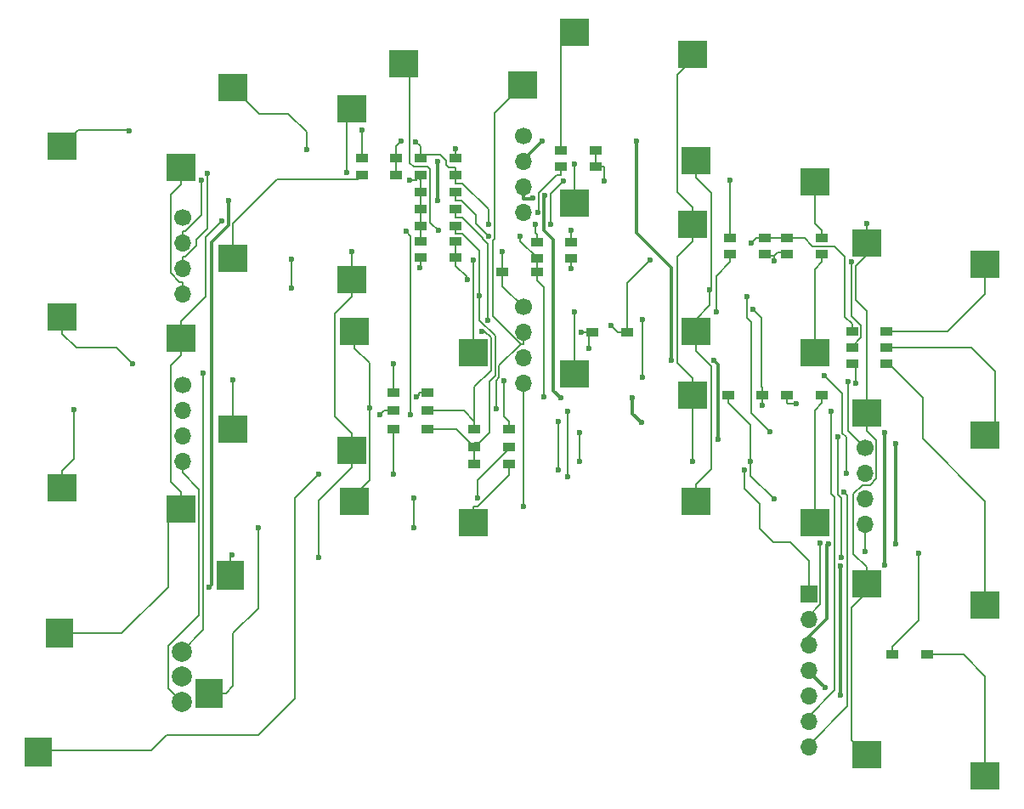
<source format=gbr>
%TF.GenerationSoftware,KiCad,Pcbnew,9.0.0*%
%TF.CreationDate,2025-04-19T15:35:31+09:00*%
%TF.ProjectId,nofy_V2_R,6e6f6679-5f56-4325-9f52-2e6b69636164,rev?*%
%TF.SameCoordinates,Original*%
%TF.FileFunction,Copper,L2,Bot*%
%TF.FilePolarity,Positive*%
%FSLAX46Y46*%
G04 Gerber Fmt 4.6, Leading zero omitted, Abs format (unit mm)*
G04 Created by KiCad (PCBNEW 9.0.0) date 2025-04-19 15:35:31*
%MOMM*%
%LPD*%
G01*
G04 APERTURE LIST*
%TA.AperFunction,SMDPad,CuDef*%
%ADD10R,1.200000X0.950000*%
%TD*%
%TA.AperFunction,SMDPad,CuDef*%
%ADD11R,3.000000X2.800000*%
%TD*%
%TA.AperFunction,SMDPad,CuDef*%
%ADD12R,2.850000X2.750000*%
%TD*%
%TA.AperFunction,ComponentPad*%
%ADD13C,1.700000*%
%TD*%
%TA.AperFunction,ComponentPad*%
%ADD14O,1.700000X1.700000*%
%TD*%
%TA.AperFunction,ComponentPad*%
%ADD15R,1.700000X1.700000*%
%TD*%
%TA.AperFunction,SMDPad,CuDef*%
%ADD16R,2.800000X3.000000*%
%TD*%
%TA.AperFunction,SMDPad,CuDef*%
%ADD17R,2.750000X2.850000*%
%TD*%
%TA.AperFunction,ComponentPad*%
%ADD18C,2.000000*%
%TD*%
%TA.AperFunction,ViaPad*%
%ADD19C,0.600000*%
%TD*%
%TA.AperFunction,Conductor*%
%ADD20C,0.200000*%
%TD*%
%TA.AperFunction,Conductor*%
%ADD21C,0.300000*%
%TD*%
G04 APERTURE END LIST*
D10*
%TO.P,DS10,1,K*%
%TO.N,Pin9*%
X91662525Y-58075850D03*
%TO.P,DS10,2,A*%
%TO.N,Net-(D30-K)*%
X95112525Y-58075850D03*
%TD*%
%TO.P,DI7,1,K*%
%TO.N,INTR1*%
X61062525Y-36175850D03*
%TO.P,DI7,2,A*%
%TO.N,Net-(D31-K)*%
X64512525Y-36175850D03*
%TD*%
%TO.P,D37,1,K*%
%TO.N,Net-(D30-K)*%
X66412525Y-64925850D03*
%TO.P,D37,2,A*%
%TO.N,Net-(D37-A)*%
X69862525Y-64925850D03*
%TD*%
%TO.P,DS8,1,K*%
%TO.N,Pin7*%
X69212525Y-45825850D03*
%TO.P,DS8,2,A*%
%TO.N,Net-(D28-K)*%
X72662525Y-45825850D03*
%TD*%
%TO.P,D32,1,K*%
%TO.N,Net-(D29-K)*%
X66412525Y-61425850D03*
%TO.P,D32,2,A*%
%TO.N,Net-(D32-A)*%
X69862525Y-61425850D03*
%TD*%
%TO.P,D49,1,K*%
%TO.N,Net-(D29-K)*%
X104012525Y-53325850D03*
%TO.P,D49,2,A*%
%TO.N,Net-(D49-A)*%
X107462525Y-53325850D03*
%TD*%
%TO.P,D36,1,K*%
%TO.N,Net-(D28-K)*%
X72612525Y-44425850D03*
%TO.P,D36,2,A*%
%TO.N,Net-(D36-A)*%
X76062525Y-44425850D03*
%TD*%
%TO.P,D31,1,K*%
%TO.N,Net-(D31-K)*%
X58612475Y-36175850D03*
%TO.P,D31,2,A*%
%TO.N,Net-(D31-A)*%
X55162475Y-36175850D03*
%TD*%
%TO.P,DI9,1,K*%
%TO.N,INTR1*%
X61062525Y-39557150D03*
%TO.P,DI9,2,A*%
%TO.N,Net-(D29-K)*%
X64512525Y-39557150D03*
%TD*%
%TO.P,D47,1,K*%
%TO.N,Net-(D31-K)*%
X61035925Y-34475850D03*
%TO.P,D47,2,A*%
%TO.N,Net-(D47-A)*%
X64485925Y-34475850D03*
%TD*%
%TO.P,D51,1,K*%
%TO.N,Net-(D51-K)*%
X108012525Y-83925850D03*
%TO.P,D51,2,A*%
%TO.N,Net-(D51-A)*%
X111462525Y-83925850D03*
%TD*%
%TO.P,D41,1,K*%
%TO.N,Net-(D29-K)*%
X95312475Y-44025850D03*
%TO.P,D41,2,A*%
%TO.N,Net-(D41-A)*%
X91862475Y-44025850D03*
%TD*%
%TO.P,DS7,1,K*%
%TO.N,Pin6*%
X75012525Y-35325850D03*
%TO.P,DS7,2,A*%
%TO.N,Net-(D31-K)*%
X78462525Y-35325850D03*
%TD*%
%TO.P,D35,1,K*%
%TO.N,Net-(D31-K)*%
X72612525Y-42825850D03*
%TO.P,D35,2,A*%
%TO.N,Net-(D35-A)*%
X76062525Y-42825850D03*
%TD*%
%TO.P,DS9,1,K*%
%TO.N,Pin8*%
X78139025Y-51825850D03*
%TO.P,DS9,2,A*%
%TO.N,Net-(D29-K)*%
X81589025Y-51825850D03*
%TD*%
%TO.P,D40,1,K*%
%TO.N,Net-(D28-K)*%
X95312475Y-42425850D03*
%TO.P,D40,2,A*%
%TO.N,Net-(D40-A)*%
X91862475Y-42425850D03*
%TD*%
%TO.P,DI10,1,K*%
%TO.N,INTR1*%
X61062525Y-41175850D03*
%TO.P,DI10,2,A*%
%TO.N,Net-(D30-K)*%
X64512525Y-41175850D03*
%TD*%
%TO.P,DI11,1,K*%
%TO.N,INTR1*%
X61062525Y-42775850D03*
%TO.P,DI11,2,A*%
%TO.N,Net-(D51-K)*%
X64512525Y-42775850D03*
%TD*%
%TO.P,D48,1,K*%
%TO.N,Net-(D28-K)*%
X104012525Y-51716450D03*
%TO.P,D48,2,A*%
%TO.N,Net-(D48-A)*%
X107462525Y-51716450D03*
%TD*%
%TO.P,D33,1,K*%
%TO.N,Net-(D30-K)*%
X66412525Y-63225850D03*
%TO.P,D33,2,A*%
%TO.N,Net-(D33-A)*%
X69862525Y-63225850D03*
%TD*%
%TO.P,D45,1,K*%
%TO.N,Net-(D29-K)*%
X97562525Y-44025850D03*
%TO.P,D45,2,A*%
%TO.N,Net-(D45-A)*%
X101012525Y-44025850D03*
%TD*%
%TO.P,D46,1,K*%
%TO.N,Net-(D30-K)*%
X97562525Y-58075850D03*
%TO.P,D46,2,A*%
%TO.N,Net-(D46-A)*%
X101012525Y-58075850D03*
%TD*%
%TO.P,D29,1,K*%
%TO.N,Net-(D29-K)*%
X61762475Y-59625850D03*
%TO.P,D29,2,A*%
%TO.N,Net-(D29-A)*%
X58312475Y-59625850D03*
%TD*%
%TO.P,D39,1,K*%
%TO.N,Net-(D31-K)*%
X78462475Y-33675850D03*
%TO.P,D39,2,A*%
%TO.N,Net-(D39-A)*%
X75012475Y-33675850D03*
%TD*%
%TO.P,D44,1,K*%
%TO.N,Net-(D28-K)*%
X97562525Y-42425850D03*
%TO.P,D44,2,A*%
%TO.N,Net-(D44-A)*%
X101012525Y-42425850D03*
%TD*%
%TO.P,D43,1,K*%
%TO.N,Net-(D31-K)*%
X58612475Y-34475850D03*
%TO.P,D43,2,A*%
%TO.N,Net-(D43-A)*%
X55162475Y-34475850D03*
%TD*%
%TO.P,D30,1,K*%
%TO.N,Net-(D30-K)*%
X61762475Y-61425850D03*
%TO.P,D30,2,A*%
%TO.N,Net-(D30-A)*%
X58312475Y-61425850D03*
%TD*%
%TO.P,DI8,1,K*%
%TO.N,INTR1*%
X61062525Y-37857150D03*
%TO.P,DI8,2,A*%
%TO.N,Net-(D28-K)*%
X64512525Y-37857150D03*
%TD*%
%TO.P,D50,1,K*%
%TO.N,Net-(D30-K)*%
X104012525Y-54907150D03*
%TO.P,D50,2,A*%
%TO.N,Net-(D50-A)*%
X107462525Y-54907150D03*
%TD*%
%TO.P,D28,1,K*%
%TO.N,Net-(D28-K)*%
X61762475Y-57825850D03*
%TO.P,D28,2,A*%
%TO.N,Net-(D28-A)*%
X58312475Y-57825850D03*
%TD*%
%TO.P,DS11,1,K*%
%TO.N,Pin10*%
X61062525Y-44375850D03*
%TO.P,DS11,2,A*%
%TO.N,Net-(D51-K)*%
X64512525Y-44375850D03*
%TD*%
D11*
%TO.P,SW36,1,1*%
%TO.N,Pin7*%
X54162500Y-63575850D03*
D12*
%TO.P,SW36,2,2*%
%TO.N,Net-(D32-A)*%
X42337500Y-61450850D03*
%TD*%
D11*
%TO.P,SW45,1,1*%
%TO.N,Pin9*%
X88162500Y-58075850D03*
D12*
%TO.P,SW45,2,2*%
%TO.N,Net-(D41-A)*%
X76337500Y-55950850D03*
%TD*%
D11*
%TO.P,SW49,1,1*%
%TO.N,Pin10*%
X88462500Y-51675850D03*
D12*
%TO.P,SW49,2,2*%
%TO.N,Net-(D45-A)*%
X100287500Y-53800850D03*
%TD*%
D13*
%TO.P,J32,1,Pin_1*%
%TO.N,Pin7*%
X105312500Y-63325850D03*
D14*
%TO.P,J32,2,Pin_2*%
%TO.N,Pin8*%
X105312500Y-65865850D03*
%TO.P,J32,3,Pin_3*%
%TO.N,Pin9*%
X105312500Y-68405850D03*
%TO.P,J32,4,Pin_4*%
%TO.N,Net-(D51-K)*%
X105312500Y-70945850D03*
%TD*%
D11*
%TO.P,SW33,1,1*%
%TO.N,Pin6*%
X37162500Y-69375850D03*
D12*
%TO.P,SW33,2,2*%
%TO.N,Net-(D29-A)*%
X25337500Y-67250850D03*
%TD*%
D11*
%TO.P,SW44,1,1*%
%TO.N,Pin9*%
X88162500Y-41075850D03*
D12*
%TO.P,SW44,2,2*%
%TO.N,Net-(D40-A)*%
X76337500Y-38950850D03*
%TD*%
D11*
%TO.P,SW40,1,1*%
%TO.N,Pin8*%
X54462500Y-51675850D03*
D12*
%TO.P,SW40,2,2*%
%TO.N,Net-(D36-A)*%
X66287500Y-53800850D03*
%TD*%
D13*
%TO.P,Con_L_12,1,Pin_1*%
%TO.N,VCC_R*%
X71312500Y-32225850D03*
D14*
%TO.P,Con_L_12,2,Pin_2*%
%TO.N,GND_R*%
X71312500Y-34765850D03*
%TO.P,Con_L_12,3,Pin_3*%
%TO.N,3.3V*%
X71312500Y-37305850D03*
%TO.P,Con_L_12,4,Pin_4*%
%TO.N,Pin6*%
X71312500Y-39845850D03*
%TD*%
D11*
%TO.P,SW43,1,1*%
%TO.N,Pin9*%
X88162500Y-24075850D03*
D12*
%TO.P,SW43,2,2*%
%TO.N,Net-(D39-A)*%
X76337500Y-21950850D03*
%TD*%
D13*
%TO.P,Con_L_8,1,Pin_1*%
%TO.N,MOTION*%
X37312500Y-40330850D03*
D14*
%TO.P,Con_L_8,2,Pin_2*%
%TO.N,INTR1*%
X37312500Y-42870850D03*
%TO.P,Con_L_8,3,Pin_3*%
%TO.N,Pin11*%
X37312500Y-45410850D03*
%TO.P,Con_L_8,4,Pin_4*%
%TO.N,Pin10*%
X37312500Y-47950850D03*
%TD*%
D11*
%TO.P,SW32,1,1*%
%TO.N,Pin6*%
X37162500Y-52375850D03*
D12*
%TO.P,SW32,2,2*%
%TO.N,Net-(D28-A)*%
X25337500Y-50250850D03*
%TD*%
D11*
%TO.P,SW47,1,1*%
%TO.N,Pin10*%
X37162500Y-35375850D03*
D12*
%TO.P,SW47,2,2*%
%TO.N,Net-(D43-A)*%
X25337500Y-33250850D03*
%TD*%
D11*
%TO.P,SW52,1,1*%
%TO.N,Pin11*%
X105462500Y-42875850D03*
D12*
%TO.P,SW52,2,2*%
%TO.N,Net-(D48-A)*%
X117287500Y-45000850D03*
%TD*%
D13*
%TO.P,Con_L_10,1,Pin_1*%
%TO.N,SDIO*%
X37312500Y-57025850D03*
D14*
%TO.P,Con_L_10,2,Pin_2*%
%TO.N,SCLK*%
X37312500Y-59565850D03*
%TO.P,Con_L_10,3,Pin_3*%
%TO.N,Pin9*%
X37312500Y-62105850D03*
%TO.P,Con_L_10,4,Pin_4*%
%TO.N,RE_A_R*%
X37312500Y-64645850D03*
%TD*%
D11*
%TO.P,SW51,1,1*%
%TO.N,Pin11*%
X54162500Y-29550850D03*
D12*
%TO.P,SW51,2,2*%
%TO.N,Net-(D47-A)*%
X42337500Y-27425850D03*
%TD*%
D11*
%TO.P,SW53,1,1*%
%TO.N,Pin11*%
X105462500Y-59875850D03*
D12*
%TO.P,SW53,2,2*%
%TO.N,Net-(D49-A)*%
X117287500Y-62000850D03*
%TD*%
D15*
%TO.P,J9,1,SCLK*%
%TO.N,SCLK*%
X99712500Y-77865850D03*
D14*
%TO.P,J9,2,nCS*%
%TO.N,CS*%
X99712500Y-80405850D03*
%TO.P,J9,3,GND*%
%TO.N,GND_R*%
X99712500Y-82945850D03*
%TO.P,J9,4,Vin*%
%TO.N,3.3V*%
X99712500Y-85485850D03*
%TO.P,J9,5,nc*%
%TO.N,unconnected-(J9-nc-Pad5)*%
X99712500Y-88025850D03*
%TO.P,J9,6,SDIO*%
%TO.N,SDIO*%
X99712500Y-90565850D03*
%TO.P,J9,7,MOTION*%
%TO.N,MOTION*%
X99712500Y-93105850D03*
%TD*%
D13*
%TO.P,Con_L_14,1,Pin_1*%
%TO.N,Pin7*%
X71312500Y-49285850D03*
D14*
%TO.P,Con_L_14,2,Pin_2*%
%TO.N,Pin8*%
X71312500Y-51825850D03*
%TO.P,Con_L_14,3,Pin_3*%
%TO.N,RE_B_R*%
X71312500Y-54365850D03*
%TO.P,Con_L_14,4,Pin_4*%
%TO.N,CS*%
X71312500Y-56905850D03*
%TD*%
D16*
%TO.P,SW37,1,1*%
%TO.N,Pin7*%
X42062500Y-75975850D03*
D17*
%TO.P,SW37,2,2*%
%TO.N,Net-(D33-A)*%
X39937500Y-87800850D03*
%TD*%
D11*
%TO.P,SW35,1,1*%
%TO.N,Pin7*%
X54162500Y-46575850D03*
D12*
%TO.P,SW35,2,2*%
%TO.N,Net-(D31-A)*%
X42337500Y-44450850D03*
%TD*%
D11*
%TO.P,SW54,1,1*%
%TO.N,Pin11*%
X105462500Y-76875850D03*
D12*
%TO.P,SW54,2,2*%
%TO.N,Net-(D50-A)*%
X117287500Y-79000850D03*
%TD*%
D11*
%TO.P,SW48,1,1*%
%TO.N,Pin10*%
X88462500Y-34675850D03*
D12*
%TO.P,SW48,2,2*%
%TO.N,Net-(D44-A)*%
X100287500Y-36800850D03*
%TD*%
D11*
%TO.P,SW50,1,1*%
%TO.N,Pin10*%
X88462500Y-68675850D03*
D12*
%TO.P,SW50,2,2*%
%TO.N,Net-(D46-A)*%
X100287500Y-70800850D03*
%TD*%
D11*
%TO.P,SW39,1,1*%
%TO.N,Pin8*%
X71162500Y-27175850D03*
D12*
%TO.P,SW39,2,2*%
%TO.N,Net-(D35-A)*%
X59337500Y-25050850D03*
%TD*%
D11*
%TO.P,SW41,1,1*%
%TO.N,Pin8*%
X54462500Y-68675850D03*
D12*
%TO.P,SW41,2,2*%
%TO.N,Net-(D37-A)*%
X66287500Y-70800850D03*
%TD*%
D11*
%TO.P,SW55,1,1*%
%TO.N,Pin11*%
X105462500Y-93875850D03*
D12*
%TO.P,SW55,2,2*%
%TO.N,Net-(D51-A)*%
X117287500Y-96000850D03*
%TD*%
D16*
%TO.P,SW34,1,1*%
%TO.N,Pin6*%
X25062500Y-81775850D03*
D17*
%TO.P,SW34,2,2*%
%TO.N,Net-(D30-A)*%
X22937500Y-93600850D03*
%TD*%
D18*
%TO.P,SW4,A,A*%
%TO.N,RE_A_R*%
X37212500Y-88625850D03*
%TO.P,SW4,B,B*%
%TO.N,RE_B_R*%
X37212500Y-83625850D03*
%TO.P,SW4,C,C*%
%TO.N,GND_R*%
X37212500Y-86125850D03*
%TD*%
D19*
%TO.N,CS*%
X100864200Y-72757550D03*
X71312500Y-69114150D03*
%TO.N,SCLK*%
X93281100Y-65518950D03*
X74767100Y-60650450D03*
X74767100Y-65518950D03*
%TO.N,MOTION*%
X75715100Y-66215450D03*
X60037500Y-60036150D03*
X59580900Y-41750150D03*
X103201300Y-67703050D03*
X75715100Y-59710350D03*
%TO.N,3.3V*%
X107253900Y-61755950D03*
X73419200Y-38192850D03*
X101313400Y-87230450D03*
X102900400Y-75106650D03*
X83038800Y-60786850D03*
X75005400Y-58332750D03*
X107253900Y-74979350D03*
X102900400Y-87979450D03*
X82143500Y-58354750D03*
X72215800Y-38389150D03*
%TO.N,SDIO*%
X101976200Y-59633350D03*
%TO.N,GND_R*%
X101658180Y-72855526D03*
X41873400Y-38675850D03*
X73133200Y-32752450D03*
X90289300Y-54618150D03*
X82550600Y-32752450D03*
X108378500Y-72869650D03*
X39988500Y-77177950D03*
X62773100Y-34766950D03*
X90710800Y-62475550D03*
X108378500Y-62884050D03*
X62774200Y-38675850D03*
X86002200Y-54618150D03*
%TO.N,RE_B_R*%
X39362500Y-55875850D03*
%TO.N,Net-(D28-A)*%
X32345500Y-54928450D03*
X58312500Y-54928450D03*
%TO.N,Net-(D36-A)*%
X66287500Y-44600450D03*
X76062500Y-45406850D03*
%TO.N,Net-(D40-A)*%
X76337500Y-35025450D03*
X91862500Y-36632750D03*
%TO.N,Net-(D29-A)*%
X26523500Y-59482650D03*
X56991000Y-60048050D03*
%TO.N,Net-(D30-A)*%
X50870700Y-65968950D03*
X58312500Y-65968950D03*
%TO.N,Net-(D32-A)*%
X42337500Y-56501450D03*
X69379600Y-56646950D03*
%TO.N,Net-(D33-A)*%
X60332100Y-71254550D03*
X66710300Y-68300750D03*
X44872500Y-71254550D03*
X60332100Y-68300750D03*
%TO.N,Net-(D35-A)*%
X62799500Y-41625550D03*
X76062500Y-41625550D03*
%TO.N,Net-(D41-A)*%
X76337500Y-49732250D03*
X90469200Y-49732250D03*
%TO.N,Net-(D47-A)*%
X64485900Y-33490950D03*
X49671200Y-33631850D03*
%TO.N,Net-(D43-A)*%
X32012500Y-31725850D03*
X55162500Y-31653150D03*
%TO.N,Net-(D28-K)*%
X94003600Y-42934250D03*
X70988000Y-42227250D03*
X73347700Y-58236850D03*
X67823900Y-42227250D03*
X60656800Y-58236850D03*
%TO.N,Net-(D29-K)*%
X103953700Y-44786950D03*
X80004900Y-51142350D03*
X96262500Y-44675850D03*
X83860800Y-44599250D03*
X67099600Y-51680550D03*
X67760600Y-50602850D03*
%TO.N,Net-(D30-K)*%
X66917700Y-48181250D03*
X98504800Y-58928750D03*
X94153300Y-49475550D03*
X95112500Y-59084750D03*
X104433000Y-56868450D03*
%TO.N,Net-(D31-K)*%
X74021000Y-41017250D03*
X67788500Y-41017250D03*
X75228200Y-36753450D03*
X72483300Y-41017250D03*
X60573900Y-32819550D03*
X79364200Y-36753450D03*
X59119400Y-32775850D03*
%TO.N,Net-(D51-K)*%
X93551600Y-48225050D03*
X95857200Y-61707250D03*
X65669700Y-46584650D03*
X102947600Y-74216250D03*
X102582100Y-62193750D03*
X105312250Y-73626100D03*
X110629900Y-73769850D03*
%TO.N,INTR1*%
X59912500Y-36606250D03*
X39180100Y-36606250D03*
%TO.N,Pin6*%
X41198500Y-40739850D03*
X72700600Y-39845850D03*
%TO.N,Pin7*%
X50867400Y-74224550D03*
X54162500Y-43775250D03*
X103631300Y-56679550D03*
X83166400Y-50521150D03*
X42241900Y-73974050D03*
X83166400Y-56324150D03*
X69212500Y-43775250D03*
%TO.N,Pin8*%
X55966700Y-59360850D03*
X103476500Y-65865850D03*
X77006100Y-51825850D03*
X101229100Y-56077850D03*
X77795600Y-53419550D03*
X68578900Y-59457950D03*
%TO.N,Pin9*%
X76887800Y-64634650D03*
X96245600Y-68405850D03*
X76887800Y-61796550D03*
X88162500Y-64634650D03*
X93869400Y-64634650D03*
%TO.N,Pin10*%
X60982300Y-45372350D03*
X48199100Y-44532150D03*
X48199100Y-47421450D03*
X89859000Y-47560950D03*
%TO.N,Pin11*%
X53669800Y-35917550D03*
X39806500Y-36002550D03*
X105462500Y-40964650D03*
%TD*%
D20*
%TO.N,CS*%
X71312500Y-56905850D02*
X71312500Y-69114150D01*
X99712500Y-80405850D02*
X99712500Y-80045950D01*
X99712500Y-80045950D02*
X100864200Y-78894250D01*
X100864200Y-78894250D02*
X100864200Y-72757550D01*
%TO.N,SCLK*%
X96177000Y-72739750D02*
X97839700Y-72739750D01*
X93281100Y-67371850D02*
X94831100Y-68921850D01*
X74767100Y-60650450D02*
X74767100Y-65518950D01*
X94831100Y-68921850D02*
X94831100Y-71393850D01*
X93281100Y-65518950D02*
X93281100Y-67371850D01*
X97839700Y-72739750D02*
X99712500Y-74612550D01*
X94831100Y-71393850D02*
X96177000Y-72739750D01*
X99712500Y-74612550D02*
X99712500Y-77865850D01*
%TO.N,MOTION*%
X60037500Y-42206750D02*
X60037500Y-60036150D01*
X103551800Y-89086550D02*
X103551800Y-68053550D01*
X59580900Y-41750150D02*
X60037500Y-42206750D01*
X99712500Y-93105850D02*
X99712500Y-92925850D01*
X75715100Y-66215450D02*
X75715100Y-59710350D01*
X103551800Y-68053550D02*
X103201300Y-67703050D01*
X99712500Y-92925850D02*
X103551800Y-89086550D01*
D21*
%TO.N,3.3V*%
X74293300Y-42554450D02*
X73354400Y-41615550D01*
X107253900Y-61755950D02*
X107253900Y-74979350D01*
X72215800Y-38389150D02*
X72097400Y-38507550D01*
X73354400Y-38257650D02*
X73419200Y-38192850D01*
X71312500Y-37305850D02*
X71312500Y-38507550D01*
X72097400Y-38507550D02*
X71312500Y-38507550D01*
X75005400Y-58332750D02*
X74293300Y-57620650D01*
X102900400Y-75106650D02*
X102900400Y-87979450D01*
X82143500Y-59891550D02*
X83038800Y-60786850D01*
X74293300Y-57620650D02*
X74293300Y-42554450D01*
X73354400Y-41615550D02*
X73354400Y-38257650D01*
X99712500Y-85629550D02*
X101313400Y-87230450D01*
X82143500Y-58354750D02*
X82143500Y-59891550D01*
X99712500Y-85485850D02*
X99712500Y-85629550D01*
D20*
%TO.N,SDIO*%
X102298700Y-87439650D02*
X102298700Y-68219250D01*
X99712500Y-90565850D02*
X99712500Y-90025850D01*
X102298700Y-68219250D02*
X101976200Y-67896750D01*
X99712500Y-90025850D02*
X102298700Y-87439650D01*
X101976200Y-67896750D02*
X101976200Y-59633350D01*
D21*
%TO.N,GND_R*%
X41873400Y-38675850D02*
X41873400Y-41102050D01*
X41873400Y-41102050D02*
X40190800Y-42784650D01*
X99412500Y-82645850D02*
X99712500Y-82945850D01*
X90289300Y-54618150D02*
X90710800Y-55039650D01*
X71312500Y-34573150D02*
X73133200Y-32752450D01*
X40190800Y-42784650D02*
X40190800Y-76975650D01*
X71312500Y-34765850D02*
X71312500Y-34573150D01*
X62774200Y-38675850D02*
X62774200Y-34768050D01*
X82550600Y-32752450D02*
X82550600Y-41914850D01*
X90710800Y-55039650D02*
X90710800Y-62475550D01*
X82550600Y-41914850D02*
X86002200Y-45366450D01*
X99412500Y-82419650D02*
X99412500Y-82645850D01*
X101658180Y-72855526D02*
X101512500Y-73001206D01*
X86002200Y-45366450D02*
X86002200Y-54618150D01*
X101512500Y-73001206D02*
X101512500Y-80319650D01*
X101512500Y-80319650D02*
X99412500Y-82419650D01*
X108378500Y-62884050D02*
X108378500Y-72869650D01*
X62774200Y-34768050D02*
X62773100Y-34766950D01*
X40190800Y-76975650D02*
X39988500Y-77177950D01*
D20*
%TO.N,RE_A_R*%
X35895500Y-87308850D02*
X37212500Y-88625850D01*
X37312500Y-65797550D02*
X38968000Y-67453050D01*
X37312500Y-64645850D02*
X37312500Y-65797550D01*
X38968000Y-79977750D02*
X35895500Y-83050250D01*
X35895500Y-83050250D02*
X35895500Y-87308850D01*
X38968000Y-67453050D02*
X38968000Y-79977750D01*
%TO.N,RE_B_R*%
X39362500Y-55875850D02*
X39362500Y-55991850D01*
X39386800Y-56016150D02*
X39386800Y-81451550D01*
X39362500Y-55991850D02*
X39386800Y-56016150D01*
X39386800Y-81451550D02*
X37212500Y-83625850D01*
%TO.N,Net-(D44-A)*%
X100287500Y-40924150D02*
X101012500Y-41649150D01*
X100287500Y-36800850D02*
X100287500Y-40924150D01*
X101012500Y-42425850D02*
X101012500Y-41649150D01*
%TO.N,Net-(D46-A)*%
X100287500Y-59577550D02*
X101012500Y-58852550D01*
X101012500Y-58075850D02*
X101012500Y-58852550D01*
X100287500Y-70800850D02*
X100287500Y-59577550D01*
%TO.N,Net-(D45-A)*%
X100287500Y-53800850D02*
X100287500Y-45527550D01*
X100287500Y-45527550D02*
X101012500Y-44802550D01*
X101012500Y-44025850D02*
X101012500Y-44802550D01*
%TO.N,Net-(D28-A)*%
X58312500Y-57825850D02*
X58312500Y-54928450D01*
X25337500Y-50250850D02*
X25337500Y-51927550D01*
X25337500Y-51927550D02*
X26739400Y-53329450D01*
X26739400Y-53329450D02*
X30746500Y-53329450D01*
X30746500Y-53329450D02*
X32345500Y-54928450D01*
%TO.N,Net-(D36-A)*%
X76062500Y-44425850D02*
X76062500Y-45406850D01*
X66287500Y-44600450D02*
X66287500Y-53800850D01*
%TO.N,Net-(D40-A)*%
X76337500Y-38950850D02*
X76337500Y-35025450D01*
X91862500Y-42425850D02*
X91862500Y-36632750D01*
%TO.N,Net-(D37-A)*%
X66737800Y-69124150D02*
X69862500Y-65999450D01*
X69862500Y-64925850D02*
X69862500Y-65702550D01*
X66287500Y-69124150D02*
X66737800Y-69124150D01*
X66287500Y-70800850D02*
X66287500Y-69124150D01*
X69862500Y-65999450D02*
X69862500Y-65702550D01*
%TO.N,Net-(D29-A)*%
X25337500Y-67250850D02*
X25337500Y-65574150D01*
X26523500Y-64388150D02*
X26523500Y-59482650D01*
X57410800Y-59625850D02*
X56991000Y-60045650D01*
X25337500Y-65574150D02*
X26523500Y-64388150D01*
X58312500Y-59625850D02*
X57410800Y-59625850D01*
X56991000Y-60045650D02*
X56991000Y-60048050D01*
%TO.N,Net-(D30-A)*%
X44912500Y-91925850D02*
X35712500Y-91925850D01*
X50870700Y-65968950D02*
X48514200Y-68325450D01*
X58312500Y-61425850D02*
X58312500Y-65968950D01*
X34162500Y-93475850D02*
X23062500Y-93475850D01*
X48514200Y-88324150D02*
X44912500Y-91925850D01*
X35712500Y-91925850D02*
X34162500Y-93475850D01*
X48514200Y-68325450D02*
X48514200Y-88324150D01*
X23062500Y-93475850D02*
X22937500Y-93600850D01*
%TO.N,Net-(D31-A)*%
X46769800Y-36518550D02*
X42337500Y-40950850D01*
X55162475Y-36175850D02*
X54819775Y-36518550D01*
X42337500Y-40950850D02*
X42337500Y-44450850D01*
X55162500Y-36175850D02*
X55162475Y-36175850D01*
X54819775Y-36518550D02*
X46769800Y-36518550D01*
%TO.N,Net-(D32-A)*%
X69379600Y-60166250D02*
X69379600Y-56646950D01*
X69862500Y-60649150D02*
X69379600Y-60166250D01*
X69862500Y-61425850D02*
X69862500Y-60649150D01*
X42337500Y-61450850D02*
X42337500Y-56501450D01*
%TO.N,Net-(D33-A)*%
X66710300Y-66572250D02*
X66710300Y-68300750D01*
X39937500Y-87800850D02*
X41614200Y-87800850D01*
X42371900Y-81800750D02*
X44872500Y-79300150D01*
X41614200Y-87800850D02*
X42371900Y-87043150D01*
X69862500Y-63225850D02*
X69862500Y-63420050D01*
X69862500Y-63420050D02*
X66710300Y-66572250D01*
X44872500Y-79300150D02*
X44872500Y-71254550D01*
X60332100Y-68300750D02*
X60332100Y-71254550D01*
X42371900Y-87043150D02*
X42371900Y-81800750D01*
%TO.N,Net-(D35-A)*%
X59337500Y-25050850D02*
X59970400Y-25683750D01*
X76062500Y-42825850D02*
X76062500Y-42049150D01*
X62015400Y-35567450D02*
X62015400Y-40841450D01*
X60341900Y-35314050D02*
X61762000Y-35314050D01*
X62015400Y-40841450D02*
X62799500Y-41625550D01*
X76062500Y-42049150D02*
X76062500Y-41625550D01*
X59970400Y-34942550D02*
X60341900Y-35314050D01*
X61762000Y-35314050D02*
X62015400Y-35567450D01*
X59970400Y-25683750D02*
X59970400Y-34942550D01*
%TO.N,Net-(D41-A)*%
X91862500Y-44025850D02*
X91862500Y-44802550D01*
X90469200Y-46195850D02*
X90469200Y-49732250D01*
X76337500Y-55950850D02*
X76337500Y-49732250D01*
X91862500Y-44802550D02*
X90469200Y-46195850D01*
%TO.N,Net-(D39-A)*%
X76337500Y-21950850D02*
X75012500Y-23275850D01*
X75012500Y-23275850D02*
X75012500Y-33675850D01*
%TO.N,Net-(D47-A)*%
X42337500Y-27425850D02*
X44947900Y-30036250D01*
X49671200Y-31838750D02*
X49671200Y-33631850D01*
X44947900Y-30036250D02*
X47868700Y-30036250D01*
X64485900Y-34475850D02*
X64485900Y-33490950D01*
X47868700Y-30036250D02*
X49671200Y-31838750D01*
%TO.N,Net-(D49-A)*%
X117287500Y-62000850D02*
X118312500Y-60975850D01*
X118312500Y-60975850D02*
X118312500Y-55725850D01*
X118312500Y-55725850D02*
X115912500Y-53325850D01*
X115912500Y-53325850D02*
X107462500Y-53325850D01*
%TO.N,Net-(D48-A)*%
X117287500Y-45000850D02*
X117287500Y-48000850D01*
X117287500Y-48000850D02*
X113571900Y-51716450D01*
X113571900Y-51716450D02*
X107462500Y-51716450D01*
%TO.N,Net-(D43-A)*%
X55162500Y-34475850D02*
X55162500Y-31653150D01*
X31911500Y-31624850D02*
X26963500Y-31624850D01*
X26963500Y-31624850D02*
X25337500Y-33250850D01*
X32012500Y-31725850D02*
X31911500Y-31624850D01*
%TO.N,Net-(D50-A)*%
X117287500Y-68611150D02*
X111075300Y-62398950D01*
X107693800Y-54907150D02*
X107462500Y-54907150D01*
X111075300Y-62398950D02*
X111075300Y-58288650D01*
X117287500Y-79000850D02*
X117287500Y-68611150D01*
X111075300Y-58288650D02*
X107693800Y-54907150D01*
%TO.N,Net-(D51-A)*%
X115150300Y-83925850D02*
X117287500Y-86063050D01*
X117287500Y-96000850D02*
X117287500Y-86063050D01*
X111462500Y-83925850D02*
X115150300Y-83925850D01*
%TO.N,Net-(D28-K)*%
X94003600Y-42934250D02*
X94410800Y-42527050D01*
X94410800Y-42425850D02*
X97562525Y-42425850D01*
X104012500Y-50939750D02*
X104012500Y-51716450D01*
X72612500Y-44354050D02*
X70988000Y-42729550D01*
X72612500Y-44037450D02*
X72662500Y-44087450D01*
X72612500Y-44037450D02*
X72612500Y-44354050D01*
X65093000Y-38633850D02*
X66536600Y-40077450D01*
X72662500Y-45825850D02*
X72662500Y-46602550D01*
X66536600Y-40077450D02*
X66536600Y-40939950D01*
X100111525Y-43224875D02*
X102261525Y-43224875D01*
X73347700Y-47287750D02*
X73347700Y-58236850D01*
X66536600Y-40939950D02*
X67823900Y-42227250D01*
X64512500Y-37857150D02*
X64512500Y-38633850D01*
X72662500Y-46602550D02*
X73347700Y-47287750D01*
X103312500Y-50239750D02*
X104012500Y-50939750D01*
X64512500Y-38633850D02*
X65093000Y-38633850D01*
X97562525Y-42425850D02*
X99312500Y-42425850D01*
X102261525Y-43224875D02*
X103312500Y-44275850D01*
X60860800Y-58032850D02*
X60656800Y-58236850D01*
X61762500Y-57825850D02*
X60860800Y-57825850D01*
X60860800Y-57825850D02*
X60860800Y-58032850D01*
X99312500Y-42425850D02*
X100111525Y-43224875D01*
X72612500Y-44425850D02*
X72612500Y-44037450D01*
X72662500Y-44087450D02*
X72662500Y-45825850D01*
X103312500Y-44275850D02*
X103312500Y-50239750D01*
X94410800Y-42527050D02*
X94410800Y-42425850D01*
X70988000Y-42729550D02*
X70988000Y-42227250D01*
%TO.N,Net-(D29-K)*%
X67413000Y-51680550D02*
X67099600Y-51680550D01*
X96287500Y-44175850D02*
X95462500Y-44175850D01*
X81589000Y-51825850D02*
X80687300Y-51825850D01*
X64512500Y-39557150D02*
X64512500Y-40333850D01*
X67747000Y-50589350D02*
X67747100Y-50589350D01*
X66412500Y-60773250D02*
X66412500Y-60649150D01*
X65192100Y-40333850D02*
X67222200Y-42363950D01*
X104935400Y-52305850D02*
X104935400Y-51137650D01*
X81589000Y-46871050D02*
X81589000Y-51825850D01*
X80687300Y-51825850D02*
X80687300Y-51824750D01*
X66412500Y-57226750D02*
X68064300Y-55574950D01*
X68064300Y-55574950D02*
X68064300Y-52331850D01*
X67747000Y-43001150D02*
X67747000Y-50589350D01*
X104012500Y-53325850D02*
X104012500Y-53228750D01*
X96262500Y-44475850D02*
X96287500Y-44450850D01*
X96287500Y-44450850D02*
X96287500Y-44175850D01*
X65389200Y-59625850D02*
X66412500Y-60649150D01*
X104935400Y-51137650D02*
X103953700Y-50155950D01*
X67222200Y-42476350D02*
X67747000Y-43001150D01*
X97362500Y-43825850D02*
X96637500Y-43825850D01*
X96437500Y-44025850D02*
X96287500Y-44175850D01*
X66412500Y-60649150D02*
X66412500Y-57226750D01*
X83860800Y-44599250D02*
X81589000Y-46871050D01*
X67747100Y-50589350D02*
X67760600Y-50602850D01*
X68064300Y-52331850D02*
X67413000Y-51680550D01*
X80687300Y-51824750D02*
X80004900Y-51142350D01*
X104012500Y-53228750D02*
X104935400Y-52305850D01*
X61762500Y-59625850D02*
X65389200Y-59625850D01*
X95462500Y-44175850D02*
X95312500Y-44025850D01*
X96637500Y-43825850D02*
X96437500Y-44025850D01*
X103953700Y-50155950D02*
X103953700Y-44786950D01*
X66412500Y-61425850D02*
X66412500Y-60852750D01*
X97562500Y-44025850D02*
X97362500Y-43825850D01*
X66412500Y-60852750D02*
X66412500Y-60773250D01*
X96262500Y-44675850D02*
X96262500Y-44475850D01*
X64512500Y-40333850D02*
X65192100Y-40333850D01*
X67222200Y-42363950D02*
X67222200Y-42476350D01*
%TO.N,Net-(D30-K)*%
X66917700Y-50611050D02*
X66917700Y-48181250D01*
X68466000Y-56141450D02*
X68466000Y-52159350D01*
X64512500Y-41175850D02*
X64512500Y-41952550D01*
X66412500Y-62837450D02*
X66850900Y-62837450D01*
X66850900Y-62837450D02*
X67864300Y-61824050D01*
X64612500Y-61425850D02*
X66412500Y-63225850D01*
X95112500Y-58075850D02*
X95112500Y-57299150D01*
X104433000Y-55146350D02*
X104433000Y-56868450D01*
X66917600Y-43678050D02*
X66917600Y-48181250D01*
X97638700Y-58928750D02*
X97562500Y-58852550D01*
X61762500Y-61425850D02*
X64612500Y-61425850D01*
X67864300Y-56743150D02*
X68466000Y-56141450D01*
X97562500Y-58075850D02*
X97562500Y-58852550D01*
X67864300Y-61824050D02*
X67864300Y-56743150D01*
X66412500Y-63225850D02*
X66412500Y-64925850D01*
X95009300Y-57195950D02*
X95009300Y-50331550D01*
X68466000Y-52159350D02*
X66917700Y-50611050D01*
X104012500Y-54907150D02*
X104193800Y-54907150D01*
X66917600Y-48181250D02*
X66917700Y-48181250D01*
X66412500Y-63225850D02*
X66412500Y-62837450D01*
X95112500Y-58075850D02*
X95112500Y-59084750D01*
X95009300Y-50331550D02*
X94153300Y-49475550D01*
X104193800Y-54907150D02*
X104433000Y-55146350D01*
X65192100Y-41952550D02*
X66917600Y-43678050D01*
X64512500Y-41952550D02*
X65192100Y-41952550D01*
X95112500Y-57299150D02*
X95009300Y-57195950D01*
X98504800Y-58928750D02*
X97638700Y-58928750D01*
%TO.N,Net-(D31-K)*%
X79364200Y-35325850D02*
X79364200Y-36753450D01*
X74021000Y-37960650D02*
X74021000Y-41017250D01*
X72612500Y-42825850D02*
X72612500Y-42049150D01*
X65192100Y-36952550D02*
X67788500Y-39548950D01*
X61035900Y-34094350D02*
X61035900Y-33281550D01*
X59119400Y-32775850D02*
X59112500Y-32775850D01*
X64512500Y-36175850D02*
X64512500Y-35399150D01*
X61035900Y-33281550D02*
X60573900Y-32819550D01*
X75228200Y-36753450D02*
X74021000Y-37960650D01*
X62951600Y-34094350D02*
X63584200Y-34726950D01*
X63584200Y-35117450D02*
X63865900Y-35399150D01*
X72612500Y-42049150D02*
X72483300Y-41919950D01*
X64512500Y-36952550D02*
X65192100Y-36952550D01*
X63865900Y-35399150D02*
X64512500Y-35399150D01*
X59112500Y-32775850D02*
X58612500Y-33275850D01*
X61035900Y-34094350D02*
X62951600Y-34094350D01*
X61035900Y-34475850D02*
X61035900Y-34094350D01*
X78462500Y-35325850D02*
X79364200Y-35325850D01*
X67788500Y-39548950D02*
X67788500Y-41017250D01*
X63584200Y-34726950D02*
X63584200Y-35117450D01*
X64512500Y-36175850D02*
X64512500Y-36952550D01*
X78462500Y-33675850D02*
X78462500Y-35325850D01*
X72483300Y-41919950D02*
X72483300Y-41017250D01*
X58612500Y-33275850D02*
X58612500Y-36175850D01*
%TO.N,Net-(D51-K)*%
X94013600Y-59863650D02*
X94013600Y-50812650D01*
X102947600Y-74216250D02*
X102947600Y-68300150D01*
X105312500Y-73625850D02*
X105312500Y-70945850D01*
X95857200Y-61707250D02*
X94013600Y-59863650D01*
X64512500Y-44375850D02*
X64512500Y-42775850D01*
X102947600Y-68300150D02*
X102599600Y-67952150D01*
X105312250Y-73626100D02*
X105312500Y-73625850D01*
X64512500Y-44375850D02*
X64512500Y-45152550D01*
X108012500Y-83149150D02*
X110629900Y-80531750D01*
X102599600Y-67952150D02*
X102599600Y-62211250D01*
X64512500Y-45152550D02*
X65669700Y-46309750D01*
X102599600Y-62211250D02*
X102582100Y-62193750D01*
X94013600Y-50812650D02*
X93551600Y-50350650D01*
X110629900Y-80531750D02*
X110629900Y-73769850D01*
X93551600Y-50350650D02*
X93551600Y-48225050D01*
X65669700Y-46309750D02*
X65669700Y-46584650D01*
X108012500Y-83925850D02*
X108012500Y-83149150D01*
%TO.N,INTR1*%
X37312500Y-41719150D02*
X37600400Y-41719150D01*
X37312500Y-42870850D02*
X37312500Y-41719150D01*
X39180100Y-40139450D02*
X39180100Y-36606250D01*
X61062500Y-39557150D02*
X61062500Y-37857150D01*
X61062500Y-36606250D02*
X61062500Y-36175850D01*
X37600400Y-41719150D02*
X39180100Y-40139450D01*
X61062500Y-42775850D02*
X61062500Y-41175850D01*
X61062500Y-37468750D02*
X61062500Y-36606250D01*
X61062500Y-41175850D02*
X61062500Y-39557150D01*
X61062500Y-37857150D02*
X61062500Y-37468750D01*
X59912500Y-36606250D02*
X60632100Y-36606250D01*
X60632100Y-36606250D02*
X60632100Y-36175850D01*
X60632100Y-36175850D02*
X61062500Y-36606250D01*
%TO.N,Pin6*%
X37162500Y-54077550D02*
X36147800Y-55092250D01*
X72817500Y-37885250D02*
X74600200Y-36102550D01*
X31277300Y-81775850D02*
X35875200Y-77177950D01*
X37162500Y-68524950D02*
X37162500Y-67674150D01*
X37162500Y-68802250D02*
X35875200Y-70089550D01*
X39592000Y-48244650D02*
X37162500Y-50674150D01*
X36147800Y-66659450D02*
X37162500Y-67674150D01*
X72817500Y-39728950D02*
X72817500Y-37885250D01*
X37162500Y-69375850D02*
X37162500Y-68802250D01*
X75012500Y-35325850D02*
X75012500Y-36102550D01*
X39592000Y-42346350D02*
X39592000Y-48244650D01*
X25062500Y-81775850D02*
X31277300Y-81775850D01*
X72700600Y-39845850D02*
X72817500Y-39728950D01*
X35875200Y-70089550D02*
X35875200Y-77177950D01*
X36147800Y-55092250D02*
X36147800Y-66659450D01*
X74600200Y-36102550D02*
X75012500Y-36102550D01*
X37162500Y-50674150D02*
X37162500Y-52375850D01*
X37162500Y-68524950D02*
X37162500Y-68802250D01*
X37162500Y-52375850D02*
X37162500Y-54077550D01*
X41198500Y-40739850D02*
X39592000Y-42346350D01*
%TO.N,Pin7*%
X52485000Y-60196650D02*
X54162500Y-61874150D01*
X83166400Y-56324150D02*
X83166400Y-50521150D01*
X54162500Y-48277550D02*
X52485000Y-49955050D01*
X54162500Y-63575850D02*
X54162500Y-61874150D01*
X50867400Y-68572650D02*
X50867400Y-74224550D01*
X54162500Y-47426650D02*
X54162500Y-46575850D01*
X54162500Y-65277550D02*
X50867400Y-68572650D01*
X71312500Y-49285850D02*
X69212500Y-47185850D01*
X54162500Y-63575850D02*
X54162500Y-65277550D01*
X42062500Y-74174150D02*
X42241900Y-73994750D01*
X103631300Y-61644650D02*
X103631300Y-56679550D01*
X42062500Y-75975850D02*
X42062500Y-74174150D01*
X52485000Y-49955050D02*
X52485000Y-60196650D01*
X54162500Y-47426650D02*
X54162500Y-48277550D01*
X69212500Y-47185850D02*
X69212500Y-45825850D01*
X42241900Y-73994750D02*
X42241900Y-73974050D01*
X54162500Y-46575850D02*
X54162500Y-43775250D01*
X105312500Y-63325850D02*
X103631300Y-61644650D01*
X69212500Y-45825850D02*
X69212500Y-43775250D01*
%TO.N,Pin8*%
X77688200Y-51825850D02*
X77795600Y-51933250D01*
X103075300Y-57924050D02*
X103075300Y-61836050D01*
X54462500Y-68675850D02*
X54462500Y-68075850D01*
X77237300Y-51825850D02*
X77006100Y-51825850D01*
X68265100Y-42636950D02*
X68425600Y-42476450D01*
X68425600Y-29912750D02*
X71162500Y-27175850D01*
X101229100Y-56077850D02*
X103075300Y-57924050D01*
X54462500Y-68075850D02*
X55966700Y-66571650D01*
X55966700Y-54881750D02*
X54462500Y-53377550D01*
X78139000Y-51825850D02*
X77688200Y-51825850D01*
X55966700Y-66571650D02*
X55966700Y-59360850D01*
X103476500Y-62237250D02*
X103476500Y-65865850D01*
X68578900Y-56596550D02*
X68867700Y-56307750D01*
X68578900Y-59457950D02*
X68578900Y-56596550D01*
X71024600Y-52977550D02*
X68265100Y-50218050D01*
X77795600Y-51933250D02*
X77795600Y-53419550D01*
X68425600Y-42476450D02*
X68425600Y-29912750D01*
X71312500Y-52977550D02*
X71024600Y-52977550D01*
X77688200Y-51825850D02*
X77237300Y-51825850D01*
X68265100Y-50218050D02*
X68265100Y-42636950D01*
X55966700Y-59360850D02*
X55966700Y-54881750D01*
X71312500Y-51825850D02*
X71312500Y-52977550D01*
X54462500Y-51675850D02*
X54462500Y-53377550D01*
X103075300Y-61836050D02*
X103476500Y-62237250D01*
X68867700Y-56307750D02*
X68867700Y-55134450D01*
X68867700Y-55134450D02*
X71024600Y-52977550D01*
%TO.N,Pin9*%
X88162500Y-24075850D02*
X88162500Y-24625850D01*
X88162500Y-42777550D02*
X86647600Y-44292450D01*
X93869400Y-64634650D02*
X93933100Y-64698350D01*
X88162500Y-39374150D02*
X88162500Y-41075850D01*
X88162500Y-41075850D02*
X88162500Y-42777550D01*
X93933100Y-66093350D02*
X96245600Y-68405850D01*
X86647600Y-54859250D02*
X88162500Y-56374150D01*
X93869400Y-61059450D02*
X91662500Y-58852550D01*
X88162500Y-58075850D02*
X88162500Y-56374150D01*
X88162500Y-24625850D02*
X86650000Y-26138350D01*
X93869400Y-64634650D02*
X93869400Y-61059450D01*
X93933100Y-64698350D02*
X93933100Y-66093350D01*
X88162500Y-58075850D02*
X88162500Y-64634650D01*
X76887800Y-64634650D02*
X76887800Y-61796550D01*
X91662500Y-58075850D02*
X91662500Y-58852550D01*
X86647600Y-44292450D02*
X86647600Y-54859250D01*
X86650000Y-37861650D02*
X88162500Y-39374150D01*
X86650000Y-26138350D02*
X86650000Y-37861650D01*
%TO.N,Pin10*%
X61062500Y-45292150D02*
X61062500Y-44375850D01*
X37312500Y-47950850D02*
X37312500Y-46799150D01*
X60982300Y-45372350D02*
X61062500Y-45292150D01*
X88462500Y-53642150D02*
X89996200Y-55175850D01*
X37312500Y-46799150D02*
X37024600Y-46799150D01*
X48199100Y-47421450D02*
X48199100Y-44532150D01*
X88462500Y-53377550D02*
X88462500Y-53642150D01*
X37162500Y-35375850D02*
X37162500Y-37077550D01*
X89996200Y-55175850D02*
X89996200Y-65440450D01*
X36120900Y-45895450D02*
X36120900Y-38119150D01*
X88462500Y-51675850D02*
X88462500Y-53377550D01*
X89966500Y-37881550D02*
X89966500Y-47453450D01*
X89859000Y-49103650D02*
X89859000Y-47560950D01*
X88462500Y-68675850D02*
X88462500Y-66974150D01*
X88462500Y-51675850D02*
X88462500Y-50500150D01*
X89996200Y-65440450D02*
X88462500Y-66974150D01*
X88462500Y-36377550D02*
X89966500Y-37881550D01*
X88462500Y-50500150D02*
X89859000Y-49103650D01*
X89966500Y-47453450D02*
X89859000Y-47560950D01*
X36120900Y-38119150D02*
X37162500Y-37077550D01*
X37024600Y-46799150D02*
X36120900Y-45895450D01*
X88462500Y-34675850D02*
X88462500Y-36377550D01*
%TO.N,Pin11*%
X105462500Y-76875850D02*
X105462500Y-75174150D01*
X103988500Y-79199850D02*
X105462500Y-77725850D01*
X105462500Y-44128093D02*
X105462500Y-42875850D01*
X105789600Y-67017550D02*
X105055700Y-67017550D01*
X39806500Y-36002550D02*
X39806500Y-41485050D01*
X105462500Y-49673750D02*
X104388100Y-48599350D01*
X105462500Y-61577550D02*
X106464200Y-62579250D01*
X38700000Y-43159550D02*
X37600400Y-44259150D01*
X104148700Y-73860350D02*
X105462500Y-75174150D01*
X103988500Y-92401850D02*
X103988500Y-79199850D01*
X37312500Y-45410850D02*
X37312500Y-44259150D01*
X104388100Y-48599350D02*
X104388100Y-45202493D01*
X105462500Y-60726650D02*
X105462500Y-59875850D01*
X105462500Y-93875850D02*
X103988500Y-92401850D01*
X104388100Y-45202493D02*
X105462500Y-44128093D01*
X106464200Y-62579250D02*
X106464200Y-66342950D01*
X105462500Y-60726650D02*
X105462500Y-61577550D01*
X106464200Y-66342950D02*
X105789600Y-67017550D01*
X37600400Y-44259150D02*
X37312500Y-44259150D01*
X38700000Y-42591550D02*
X38700000Y-43159550D01*
X104148700Y-67924550D02*
X104148700Y-73860350D01*
X39806500Y-41485050D02*
X38700000Y-42591550D01*
X105462500Y-77725850D02*
X105462500Y-76875850D01*
X105055700Y-67017550D02*
X104148700Y-67924550D01*
X105462500Y-42875850D02*
X105462500Y-40964650D01*
X53669800Y-30043550D02*
X54162500Y-29550850D01*
X105462500Y-59875850D02*
X105462500Y-49673750D01*
X53669800Y-35917550D02*
X53669800Y-30043550D01*
%TD*%
M02*

</source>
